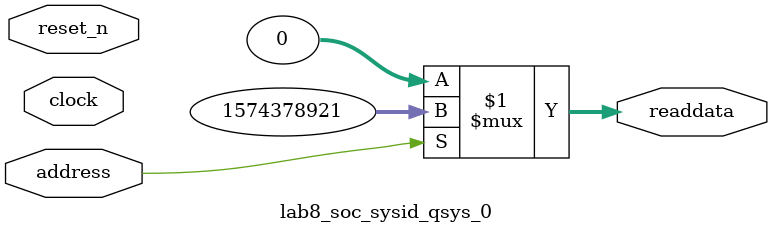
<source format=v>



// synthesis translate_off
`timescale 1ns / 1ps
// synthesis translate_on

// turn off superfluous verilog processor warnings 
// altera message_level Level1 
// altera message_off 10034 10035 10036 10037 10230 10240 10030 

module lab8_soc_sysid_qsys_0 (
               // inputs:
                address,
                clock,
                reset_n,

               // outputs:
                readdata
             )
;

  output  [ 31: 0] readdata;
  input            address;
  input            clock;
  input            reset_n;

  wire    [ 31: 0] readdata;
  //control_slave, which is an e_avalon_slave
  assign readdata = address ? 1574378921 : 0;

endmodule



</source>
